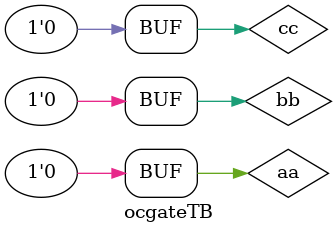
<source format=v>
`timescale 1ns/1ns
module ocgateTB ();
reg aa,bb,cc;
wire yy0,yy1;
OC3ingate UUT(.a(aa),.b(bb),.c(cc),.y0(yy0),.y1(yy1));
initial begin 
#50 aa=0 ; bb=0; cc=0;
#50 aa=0 ; bb=0; cc=1;
#50 aa=0 ; bb=1; cc=0;
#50 aa=0 ; bb=1; cc=1;
#50 aa=1 ; bb=0; cc=0;
#50 aa=1 ; bb=0; cc=1;
#50 aa=1 ; bb=1; cc=0;
#50 aa=1 ; bb=1; cc=1;
#50 aa=0 ; bb=0; cc=0;

end
endmodule


</source>
